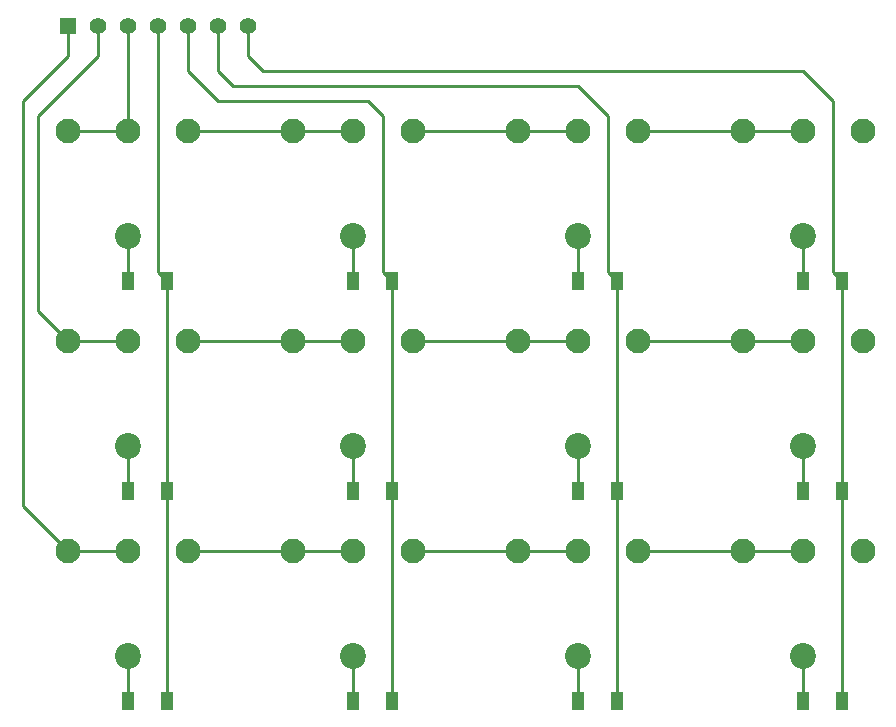
<source format=gbl>
G04 (created by PCBNEW (2013-07-07 BZR 4022)-stable) date 09/11/2015 23:22:36*
%MOIN*%
G04 Gerber Fmt 3.4, Leading zero omitted, Abs format*
%FSLAX34Y34*%
G01*
G70*
G90*
G04 APERTURE LIST*
%ADD10C,0.00393701*%
%ADD11R,0.055X0.055*%
%ADD12C,0.055*%
%ADD13C,0.0826772*%
%ADD14C,0.0866142*%
%ADD15R,0.0433071X0.0590551*%
%ADD16C,0.01*%
G04 APERTURE END LIST*
G54D10*
G54D11*
X65000Y-42500D03*
G54D12*
X66000Y-42500D03*
X67000Y-42500D03*
X68000Y-42500D03*
X69000Y-42500D03*
X70000Y-42500D03*
X71000Y-42500D03*
G54D13*
X76500Y-46000D03*
X72500Y-46000D03*
G54D14*
X74500Y-49500D03*
G54D13*
X74500Y-46000D03*
X84000Y-46000D03*
X80000Y-46000D03*
G54D14*
X82000Y-49500D03*
G54D13*
X82000Y-46000D03*
X69000Y-53000D03*
X65000Y-53000D03*
G54D14*
X67000Y-56500D03*
G54D13*
X67000Y-53000D03*
X76500Y-53000D03*
X72500Y-53000D03*
G54D14*
X74500Y-56500D03*
G54D13*
X74500Y-53000D03*
X84000Y-53000D03*
X80000Y-53000D03*
G54D14*
X82000Y-56500D03*
G54D13*
X82000Y-53000D03*
X91500Y-46000D03*
X87500Y-46000D03*
G54D14*
X89500Y-49500D03*
G54D13*
X89500Y-46000D03*
X91500Y-53000D03*
X87500Y-53000D03*
G54D14*
X89500Y-56500D03*
G54D13*
X89500Y-53000D03*
X69000Y-60000D03*
X65000Y-60000D03*
G54D14*
X67000Y-63500D03*
G54D13*
X67000Y-60000D03*
X76500Y-60000D03*
X72500Y-60000D03*
G54D14*
X74500Y-63500D03*
G54D13*
X74500Y-60000D03*
X84000Y-60000D03*
X80000Y-60000D03*
G54D14*
X82000Y-63500D03*
G54D13*
X82000Y-60000D03*
X91500Y-60000D03*
X87500Y-60000D03*
G54D14*
X89500Y-63500D03*
G54D13*
X89500Y-60000D03*
X69000Y-46000D03*
X65000Y-46000D03*
G54D14*
X67000Y-49500D03*
G54D13*
X67000Y-46000D03*
G54D15*
X89500Y-58000D03*
X90799Y-58000D03*
X89500Y-65000D03*
X90799Y-65000D03*
X67000Y-65000D03*
X68299Y-65000D03*
X74500Y-65000D03*
X75799Y-65000D03*
X82000Y-65000D03*
X83299Y-65000D03*
X82000Y-58000D03*
X83299Y-58000D03*
X74500Y-58000D03*
X75799Y-58000D03*
X67000Y-58000D03*
X68299Y-58000D03*
X89500Y-51000D03*
X90799Y-51000D03*
X82000Y-51000D03*
X83299Y-51000D03*
X74500Y-51000D03*
X75799Y-51000D03*
X67000Y-51000D03*
X68299Y-51000D03*
G54D16*
X89500Y-49500D02*
X89500Y-51000D01*
X74500Y-56500D02*
X74500Y-58000D01*
X74500Y-63500D02*
X74500Y-65000D01*
X82000Y-49500D02*
X82000Y-51000D01*
X83299Y-58000D02*
X83299Y-65000D01*
X83299Y-51000D02*
X83299Y-58000D01*
X70000Y-42500D02*
X70000Y-44000D01*
X83000Y-50700D02*
X83299Y-51000D01*
X83000Y-45500D02*
X83000Y-50700D01*
X82000Y-44500D02*
X83000Y-45500D01*
X70500Y-44500D02*
X82000Y-44500D01*
X70000Y-44000D02*
X70500Y-44500D01*
X82000Y-63500D02*
X82000Y-65000D01*
X68299Y-58000D02*
X68299Y-65000D01*
X68299Y-51000D02*
X68299Y-58000D01*
X68000Y-42500D02*
X68000Y-50700D01*
X68000Y-50700D02*
X68299Y-51000D01*
X76500Y-53000D02*
X80000Y-53000D01*
X80000Y-53000D02*
X82000Y-53000D01*
X90799Y-58000D02*
X90799Y-65000D01*
X90799Y-51000D02*
X90799Y-58000D01*
X71000Y-42500D02*
X71000Y-43500D01*
X90500Y-50700D02*
X90799Y-51000D01*
X90500Y-45000D02*
X90500Y-50700D01*
X89500Y-44000D02*
X90500Y-45000D01*
X71500Y-44000D02*
X89500Y-44000D01*
X71000Y-43500D02*
X71500Y-44000D01*
X84000Y-46000D02*
X87500Y-46000D01*
X87500Y-46000D02*
X89500Y-46000D01*
X84000Y-53000D02*
X87500Y-53000D01*
X87500Y-53000D02*
X89500Y-53000D01*
X67000Y-60000D02*
X65000Y-60000D01*
X65000Y-60000D02*
X63500Y-58500D01*
X63500Y-58500D02*
X63500Y-45000D01*
X63500Y-45000D02*
X65000Y-43500D01*
X65000Y-43500D02*
X65000Y-42500D01*
X69000Y-60000D02*
X72500Y-60000D01*
X72500Y-60000D02*
X74500Y-60000D01*
X67000Y-49500D02*
X67000Y-50500D01*
X67000Y-50500D02*
X67000Y-51000D01*
X69000Y-46000D02*
X72500Y-46000D01*
X72500Y-46000D02*
X74500Y-46000D01*
X76500Y-46000D02*
X80000Y-46000D01*
X80000Y-46000D02*
X82000Y-46000D01*
X76500Y-60000D02*
X80000Y-60000D01*
X80000Y-60000D02*
X82000Y-60000D01*
X67000Y-56500D02*
X67000Y-58000D01*
X66000Y-42500D02*
X66000Y-43500D01*
X64000Y-52000D02*
X65000Y-53000D01*
X64000Y-45500D02*
X64000Y-52000D01*
X66000Y-43500D02*
X64000Y-45500D01*
X65000Y-53000D02*
X67000Y-53000D01*
X89500Y-56500D02*
X89500Y-58000D01*
X69000Y-53000D02*
X72500Y-53000D01*
X72500Y-53000D02*
X74500Y-53000D01*
X84000Y-60000D02*
X87500Y-60000D01*
X87500Y-60000D02*
X89500Y-60000D01*
X89500Y-63500D02*
X89500Y-65000D01*
X82000Y-56500D02*
X82000Y-58000D01*
X67000Y-42500D02*
X67000Y-46000D01*
X67000Y-46000D02*
X65000Y-46000D01*
X67000Y-65000D02*
X67000Y-63500D01*
X74500Y-49500D02*
X74500Y-51000D01*
X69000Y-42500D02*
X69000Y-44000D01*
X75500Y-50700D02*
X75799Y-51000D01*
X75500Y-45500D02*
X75500Y-50700D01*
X75000Y-45000D02*
X75500Y-45500D01*
X70000Y-45000D02*
X75000Y-45000D01*
X69000Y-44000D02*
X70000Y-45000D01*
X75799Y-58000D02*
X75799Y-51000D01*
X75799Y-65000D02*
X75799Y-58000D01*
M02*

</source>
